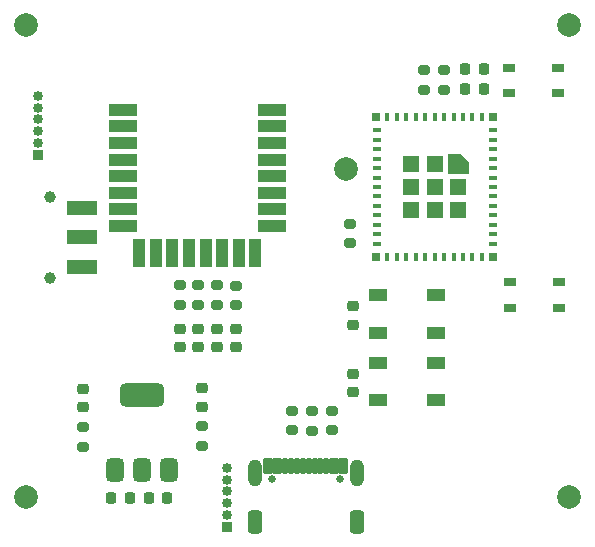
<source format=gbr>
%TF.GenerationSoftware,KiCad,Pcbnew,8.0.1*%
%TF.CreationDate,2024-04-06T15:46:49-07:00*%
%TF.ProjectId,Hardware,48617264-7761-4726-952e-6b696361645f,rev?*%
%TF.SameCoordinates,Original*%
%TF.FileFunction,Soldermask,Top*%
%TF.FilePolarity,Negative*%
%FSLAX46Y46*%
G04 Gerber Fmt 4.6, Leading zero omitted, Abs format (unit mm)*
G04 Created by KiCad (PCBNEW 8.0.1) date 2024-04-06 15:46:49*
%MOMM*%
%LPD*%
G01*
G04 APERTURE LIST*
G04 Aperture macros list*
%AMRoundRect*
0 Rectangle with rounded corners*
0 $1 Rounding radius*
0 $2 $3 $4 $5 $6 $7 $8 $9 X,Y pos of 4 corners*
0 Add a 4 corners polygon primitive as box body*
4,1,4,$2,$3,$4,$5,$6,$7,$8,$9,$2,$3,0*
0 Add four circle primitives for the rounded corners*
1,1,$1+$1,$2,$3*
1,1,$1+$1,$4,$5*
1,1,$1+$1,$6,$7*
1,1,$1+$1,$8,$9*
0 Add four rect primitives between the rounded corners*
20,1,$1+$1,$2,$3,$4,$5,0*
20,1,$1+$1,$4,$5,$6,$7,0*
20,1,$1+$1,$6,$7,$8,$9,0*
20,1,$1+$1,$8,$9,$2,$3,0*%
G04 Aperture macros list end*
%ADD10C,0.010000*%
%ADD11R,1.500000X1.000000*%
%ADD12C,2.000000*%
%ADD13R,0.400000X0.800000*%
%ADD14R,0.800000X0.400000*%
%ADD15R,1.450000X1.450000*%
%ADD16R,0.700000X0.700000*%
%ADD17RoundRect,0.225000X0.225000X0.250000X-0.225000X0.250000X-0.225000X-0.250000X0.225000X-0.250000X0*%
%ADD18RoundRect,0.200000X-0.275000X0.200000X-0.275000X-0.200000X0.275000X-0.200000X0.275000X0.200000X0*%
%ADD19R,1.050000X0.650000*%
%ADD20RoundRect,0.200000X0.275000X-0.200000X0.275000X0.200000X-0.275000X0.200000X-0.275000X-0.200000X0*%
%ADD21R,0.850000X0.850000*%
%ADD22O,0.850000X0.850000*%
%ADD23RoundRect,0.225000X-0.225000X-0.250000X0.225000X-0.250000X0.225000X0.250000X-0.225000X0.250000X0*%
%ADD24RoundRect,0.218750X0.256250X-0.218750X0.256250X0.218750X-0.256250X0.218750X-0.256250X-0.218750X0*%
%ADD25C,1.000000*%
%ADD26R,2.500000X1.200000*%
%ADD27C,0.650000*%
%ADD28RoundRect,0.102000X-0.300000X-0.575000X0.300000X-0.575000X0.300000X0.575000X-0.300000X0.575000X0*%
%ADD29RoundRect,0.102000X-0.150000X-0.575000X0.150000X-0.575000X0.150000X0.575000X-0.150000X0.575000X0*%
%ADD30O,1.204000X2.304000*%
%ADD31RoundRect,0.301000X-0.301000X-0.701000X0.301000X-0.701000X0.301000X0.701000X-0.301000X0.701000X0*%
%ADD32RoundRect,0.225000X0.250000X-0.225000X0.250000X0.225000X-0.250000X0.225000X-0.250000X-0.225000X0*%
%ADD33R,2.450000X1.000000*%
%ADD34R,1.000000X2.450000*%
%ADD35RoundRect,0.218750X-0.256250X0.218750X-0.256250X-0.218750X0.256250X-0.218750X0.256250X0.218750X0*%
%ADD36RoundRect,0.375000X0.375000X-0.625000X0.375000X0.625000X-0.375000X0.625000X-0.375000X-0.625000X0*%
%ADD37RoundRect,0.500000X1.400000X-0.500000X1.400000X0.500000X-1.400000X0.500000X-1.400000X-0.500000X0*%
G04 APERTURE END LIST*
D10*
%TO.C,U1*%
X139400000Y-61585000D02*
X139400000Y-62575000D01*
X137750000Y-62575000D01*
X137750000Y-60925000D01*
X138740000Y-60925000D01*
X139400000Y-61585000D01*
G36*
X139400000Y-61585000D02*
G01*
X139400000Y-62575000D01*
X137750000Y-62575000D01*
X137750000Y-60925000D01*
X138740000Y-60925000D01*
X139400000Y-61585000D01*
G37*
%TD*%
D11*
%TO.C,D5*%
X136700000Y-76100000D03*
X136700000Y-72900000D03*
X131800000Y-72900000D03*
X131800000Y-76100000D03*
%TD*%
D12*
%TO.C,FID2*%
X148000000Y-50000000D03*
%TD*%
D13*
%TO.C,U1*%
X140600000Y-57825000D03*
X139800000Y-57825000D03*
X139000000Y-57825000D03*
X138200000Y-57825000D03*
X137400000Y-57825000D03*
X136600000Y-57825000D03*
X135800000Y-57825000D03*
X135000000Y-57825000D03*
X134200000Y-57825000D03*
X133400000Y-57825000D03*
X132600000Y-57825000D03*
D14*
X131700000Y-58925000D03*
X131700000Y-59725000D03*
X131700000Y-60525000D03*
X131700000Y-61325000D03*
X131700000Y-62125000D03*
X131700000Y-62925000D03*
X131700000Y-63725000D03*
X131700000Y-64525000D03*
X131700000Y-65325000D03*
X131700000Y-66125000D03*
X131700000Y-66925000D03*
X131700000Y-67725000D03*
X131700000Y-68525000D03*
D13*
X132600000Y-69625000D03*
X133400000Y-69625000D03*
X134200000Y-69625000D03*
X135000000Y-69625000D03*
X135800000Y-69625000D03*
X136600000Y-69625000D03*
X137400000Y-69625000D03*
X138200000Y-69625000D03*
X139000000Y-69625000D03*
X139800000Y-69625000D03*
X140600000Y-69625000D03*
D14*
X141500000Y-68525000D03*
X141500000Y-67725000D03*
X141500000Y-66925000D03*
X141500000Y-66125000D03*
X141500000Y-65325000D03*
X141500000Y-64525000D03*
X141500000Y-63725000D03*
X141500000Y-62925000D03*
X141500000Y-62125000D03*
X141500000Y-61325000D03*
X141500000Y-60525000D03*
X141500000Y-59725000D03*
X141500000Y-58925000D03*
D15*
X138575000Y-63725000D03*
X138575000Y-65700000D03*
X136600000Y-65700000D03*
X134625000Y-65700000D03*
X134625000Y-63725000D03*
X134625000Y-61750000D03*
X136600000Y-61750000D03*
X136600000Y-63725000D03*
D16*
X141550000Y-69675000D03*
X131650000Y-69675000D03*
X131650000Y-57775000D03*
X141550000Y-57775000D03*
%TD*%
D17*
%TO.C,C6*%
X110775000Y-90050000D03*
X109225000Y-90050000D03*
%TD*%
D18*
%TO.C,R8*%
X137400000Y-53825000D03*
X137400000Y-55475000D03*
%TD*%
D11*
%TO.C,D6*%
X136700000Y-81800000D03*
X136700000Y-78600000D03*
X131800000Y-78600000D03*
X131800000Y-81800000D03*
%TD*%
D19*
%TO.C,SW2*%
X142950000Y-71800000D03*
X147100000Y-71800000D03*
X142950000Y-73950000D03*
X147100000Y-73950000D03*
%TD*%
D18*
%TO.C,R7*%
X115000000Y-72050000D03*
X115000000Y-73700000D03*
%TD*%
D20*
%TO.C,R11*%
X116900000Y-85650000D03*
X116900000Y-84000000D03*
%TD*%
D21*
%TO.C,J2*%
X103000000Y-61000000D03*
D22*
X103000000Y-60000000D03*
X103000000Y-59000000D03*
X103000000Y-58000000D03*
X103000000Y-57000000D03*
X103000000Y-56000000D03*
%TD*%
D18*
%TO.C,R6*%
X116600000Y-72050000D03*
X116600000Y-73700000D03*
%TD*%
D23*
%TO.C,C2*%
X139200000Y-53750000D03*
X140750000Y-53750000D03*
%TD*%
D24*
%TO.C,D1*%
X119800000Y-77300000D03*
X119800000Y-75725000D03*
%TD*%
D25*
%TO.C,S1*%
X104000000Y-64600000D03*
X104000000Y-71400000D03*
D26*
X106750000Y-65500000D03*
X106750000Y-68000000D03*
X106750000Y-70500000D03*
%TD*%
D20*
%TO.C,R2*%
X124500000Y-84325000D03*
X124500000Y-82675000D03*
%TD*%
D24*
%TO.C,D4*%
X115000000Y-77287500D03*
X115000000Y-75712500D03*
%TD*%
D20*
%TO.C,R12*%
X106825000Y-85700000D03*
X106825000Y-84050000D03*
%TD*%
D27*
%TO.C,J1*%
X122790000Y-88420000D03*
X128570000Y-88420000D03*
D28*
X122480000Y-87345000D03*
X123280000Y-87345000D03*
D29*
X124430000Y-87345000D03*
X125430000Y-87345000D03*
X125930000Y-87345000D03*
X126930000Y-87345000D03*
D28*
X128880000Y-87345000D03*
X128080000Y-87345000D03*
D29*
X127430000Y-87345000D03*
X126430000Y-87345000D03*
X124930000Y-87345000D03*
X123930000Y-87345000D03*
D30*
X121360000Y-87920000D03*
X130000000Y-87920000D03*
D31*
X121360000Y-92100000D03*
X130000000Y-92100000D03*
%TD*%
D24*
%TO.C,D3*%
X116600000Y-77287500D03*
X116600000Y-75712500D03*
%TD*%
D32*
%TO.C,C4*%
X129700000Y-81100000D03*
X129700000Y-79550000D03*
%TD*%
D24*
%TO.C,D2*%
X118200000Y-77287500D03*
X118200000Y-75712500D03*
%TD*%
D12*
%TO.C,FID1*%
X102000000Y-50000000D03*
%TD*%
%TO.C,TP1*%
X129100000Y-62200000D03*
%TD*%
D20*
%TO.C,R3*%
X126200000Y-84350000D03*
X126200000Y-82700000D03*
%TD*%
D33*
%TO.C,DWM1*%
X110200000Y-57201200D03*
X110200000Y-58601200D03*
X110200000Y-60001200D03*
X110200000Y-61401200D03*
X110200000Y-62801200D03*
X110200000Y-64201200D03*
X110200000Y-65601200D03*
X110200000Y-67001200D03*
D34*
X111600000Y-69296200D03*
X113000000Y-69296200D03*
X114400000Y-69296200D03*
X115800000Y-69296200D03*
X117200000Y-69296200D03*
X118600000Y-69296200D03*
X120000000Y-69296200D03*
X121400000Y-69296200D03*
D33*
X122800000Y-67000000D03*
X122800000Y-65600000D03*
X122800000Y-64201200D03*
X122800000Y-62801200D03*
X122800000Y-61401200D03*
X122800000Y-60001200D03*
X122800000Y-58601200D03*
X122800000Y-57201200D03*
%TD*%
D12*
%TO.C,FID3*%
X102000000Y-90000000D03*
%TD*%
D18*
%TO.C,R5*%
X118200000Y-72050000D03*
X118200000Y-73700000D03*
%TD*%
D35*
%TO.C,D8*%
X106825000Y-80812500D03*
X106825000Y-82387500D03*
%TD*%
D19*
%TO.C,SW1*%
X142925000Y-53625000D03*
X147075000Y-53625000D03*
X142925000Y-55775000D03*
X147075000Y-55775000D03*
%TD*%
D21*
%TO.C,J3*%
X119000000Y-92500000D03*
D22*
X119000000Y-91500000D03*
X119000000Y-90500000D03*
X119000000Y-89500000D03*
X119000000Y-88500000D03*
X119000000Y-87500000D03*
%TD*%
D35*
%TO.C,D7*%
X116900000Y-80750000D03*
X116900000Y-82325000D03*
%TD*%
D17*
%TO.C,C5*%
X113975000Y-90050000D03*
X112425000Y-90050000D03*
%TD*%
D12*
%TO.C,FID4*%
X148000000Y-90000000D03*
%TD*%
D20*
%TO.C,R9*%
X129400000Y-68500000D03*
X129400000Y-66850000D03*
%TD*%
D23*
%TO.C,C1*%
X139200000Y-55450000D03*
X140750000Y-55450000D03*
%TD*%
D20*
%TO.C,R1*%
X127900000Y-84325000D03*
X127900000Y-82675000D03*
%TD*%
D36*
%TO.C,U3*%
X109500000Y-87650000D03*
X111800000Y-87650000D03*
D37*
X111800000Y-81350000D03*
D36*
X114100000Y-87650000D03*
%TD*%
D18*
%TO.C,R4*%
X119800000Y-72075000D03*
X119800000Y-73725000D03*
%TD*%
%TO.C,R10*%
X135700000Y-53825000D03*
X135700000Y-55475000D03*
%TD*%
D32*
%TO.C,C3*%
X129700000Y-75375000D03*
X129700000Y-73825000D03*
%TD*%
M02*

</source>
